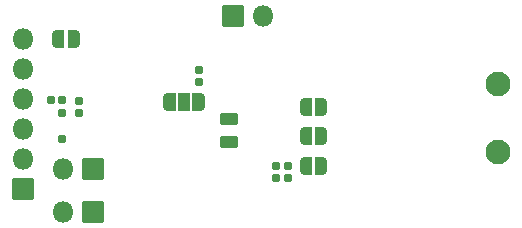
<source format=gbs>
G04 #@! TF.GenerationSoftware,KiCad,Pcbnew,(5.99.0-12840-g99442350a4)*
G04 #@! TF.CreationDate,2021-11-05T14:17:08+01:00*
G04 #@! TF.ProjectId,stknx,73746b6e-782e-46b6-9963-61645f706362,rev?*
G04 #@! TF.SameCoordinates,Original*
G04 #@! TF.FileFunction,Soldermask,Bot*
G04 #@! TF.FilePolarity,Negative*
%FSLAX46Y46*%
G04 Gerber Fmt 4.6, Leading zero omitted, Abs format (unit mm)*
G04 Created by KiCad (PCBNEW (5.99.0-12840-g99442350a4)) date 2021-11-05 14:17:08*
%MOMM*%
%LPD*%
G01*
G04 APERTURE LIST*
G04 Aperture macros list*
%AMRoundRect*
0 Rectangle with rounded corners*
0 $1 Rounding radius*
0 $2 $3 $4 $5 $6 $7 $8 $9 X,Y pos of 4 corners*
0 Add a 4 corners polygon primitive as box body*
4,1,4,$2,$3,$4,$5,$6,$7,$8,$9,$2,$3,0*
0 Add four circle primitives for the rounded corners*
1,1,$1+$1,$2,$3*
1,1,$1+$1,$4,$5*
1,1,$1+$1,$6,$7*
1,1,$1+$1,$8,$9*
0 Add four rect primitives between the rounded corners*
20,1,$1+$1,$2,$3,$4,$5,0*
20,1,$1+$1,$4,$5,$6,$7,0*
20,1,$1+$1,$6,$7,$8,$9,0*
20,1,$1+$1,$8,$9,$2,$3,0*%
%AMFreePoly0*
4,1,37,0.535355,0.785355,0.550000,0.750000,0.550000,-0.750000,0.535355,-0.785355,0.500000,-0.800000,0.000000,-0.800000,-0.012524,-0.794812,-0.080857,-0.793560,-0.094851,-0.791293,-0.230166,-0.749018,-0.242962,-0.742915,-0.360972,-0.664360,-0.371540,-0.654911,-0.462760,-0.546392,-0.470252,-0.534356,-0.527347,-0.404597,-0.531159,-0.390943,-0.548742,-0.256483,-0.547388,-0.256306,-0.550000,-0.250000,
-0.550000,0.250000,-0.549522,0.251153,-0.549368,0.263802,-0.527557,0.403879,-0.523412,0.417435,-0.463164,0.545760,-0.455381,0.557609,-0.361537,0.663867,-0.350741,0.673055,-0.230846,0.748703,-0.217905,0.754492,-0.081598,0.793449,-0.067552,0.795373,-0.011991,0.795033,0.000000,0.800000,0.500000,0.800000,0.535355,0.785355,0.535355,0.785355,$1*%
%AMFreePoly1*
4,1,37,0.012350,0.794884,0.074210,0.794507,0.088231,0.792412,0.224052,0.751793,0.236921,0.745846,0.355883,0.668739,0.366566,0.659420,0.459104,0.552023,0.466742,0.540080,0.525419,0.411028,0.529398,0.397421,0.549495,0.257088,0.550000,0.250000,0.550000,-0.250000,0.549996,-0.250610,0.549847,-0.262826,0.549158,-0.270511,0.525638,-0.410312,0.521328,-0.423818,0.459516,-0.551397,
0.451589,-0.563150,0.356454,-0.668254,0.345546,-0.677309,0.224736,-0.751486,0.211726,-0.757116,0.074953,-0.794405,0.060885,-0.796158,0.011462,-0.795252,0.000000,-0.800000,-0.500000,-0.800000,-0.535355,-0.785355,-0.550000,-0.750000,-0.550000,0.750000,-0.535355,0.785355,-0.500000,0.800000,0.000000,0.800000,0.012350,0.794884,0.012350,0.794884,$1*%
%AMFreePoly2*
4,1,37,0.585355,0.785355,0.600000,0.750000,0.600000,-0.750000,0.585355,-0.785355,0.550000,-0.800000,0.000000,-0.800000,-0.012524,-0.794812,-0.080857,-0.793560,-0.094851,-0.791293,-0.230166,-0.749018,-0.242962,-0.742915,-0.360972,-0.664360,-0.371540,-0.654911,-0.462760,-0.546392,-0.470252,-0.534356,-0.527347,-0.404597,-0.531159,-0.390943,-0.548742,-0.256483,-0.547388,-0.256306,-0.550000,-0.250000,
-0.550000,0.250000,-0.549522,0.251153,-0.549368,0.263802,-0.527557,0.403879,-0.523412,0.417435,-0.463164,0.545760,-0.455381,0.557609,-0.361537,0.663867,-0.350741,0.673055,-0.230846,0.748703,-0.217905,0.754492,-0.081598,0.793449,-0.067552,0.795373,-0.011991,0.795033,0.000000,0.800000,0.550000,0.800000,0.585355,0.785355,0.585355,0.785355,$1*%
%AMFreePoly3*
4,1,37,0.012350,0.794884,0.074210,0.794507,0.088231,0.792412,0.224052,0.751793,0.236921,0.745846,0.355883,0.668739,0.366566,0.659420,0.459104,0.552023,0.466742,0.540080,0.525419,0.411028,0.529398,0.397421,0.549495,0.257088,0.550000,0.250000,0.550000,-0.250000,0.549996,-0.250610,0.549847,-0.262826,0.549158,-0.270511,0.525638,-0.410312,0.521328,-0.423818,0.459516,-0.551397,
0.451589,-0.563150,0.356454,-0.668254,0.345546,-0.677309,0.224736,-0.751486,0.211726,-0.757116,0.074953,-0.794405,0.060885,-0.796158,0.011462,-0.795252,0.000000,-0.800000,-0.550000,-0.800000,-0.585355,-0.785355,-0.600000,-0.750000,-0.600000,0.750000,-0.585355,0.785355,-0.550000,0.800000,0.000000,0.800000,0.012350,0.794884,0.012350,0.794884,$1*%
G04 Aperture macros list end*
%ADD10RoundRect,0.050000X-0.850000X0.850000X-0.850000X-0.850000X0.850000X-0.850000X0.850000X0.850000X0*%
%ADD11O,1.800000X1.800000*%
%ADD12RoundRect,0.050000X0.850000X0.850000X-0.850000X0.850000X-0.850000X-0.850000X0.850000X-0.850000X0*%
%ADD13C,2.100000*%
%ADD14RoundRect,0.050000X0.850000X-0.850000X0.850000X0.850000X-0.850000X0.850000X-0.850000X-0.850000X0*%
%ADD15FreePoly0,0.000000*%
%ADD16FreePoly1,0.000000*%
%ADD17RoundRect,0.185000X-0.185000X0.135000X-0.185000X-0.135000X0.185000X-0.135000X0.185000X0.135000X0*%
%ADD18RoundRect,0.190000X0.140000X0.170000X-0.140000X0.170000X-0.140000X-0.170000X0.140000X-0.170000X0*%
%ADD19RoundRect,0.300000X0.475000X-0.250000X0.475000X0.250000X-0.475000X0.250000X-0.475000X-0.250000X0*%
%ADD20RoundRect,0.185000X-0.135000X-0.185000X0.135000X-0.185000X0.135000X0.185000X-0.135000X0.185000X0*%
%ADD21FreePoly0,180.000000*%
%ADD22FreePoly1,180.000000*%
%ADD23RoundRect,0.185000X0.185000X-0.135000X0.185000X0.135000X-0.185000X0.135000X-0.185000X-0.135000X0*%
%ADD24FreePoly2,0.000000*%
%ADD25RoundRect,0.050000X-0.500000X-0.750000X0.500000X-0.750000X0.500000X0.750000X-0.500000X0.750000X0*%
%ADD26FreePoly3,0.000000*%
%ADD27RoundRect,0.050000X-0.250000X0.250000X-0.250000X-0.250000X0.250000X-0.250000X0.250000X0.250000X0*%
%ADD28RoundRect,0.190000X-0.140000X-0.170000X0.140000X-0.170000X0.140000X0.170000X-0.140000X0.170000X0*%
G04 APERTURE END LIST*
D10*
X164375000Y-111600000D03*
D11*
X161835000Y-111600000D03*
D12*
X158475000Y-113284000D03*
D11*
X158475000Y-110744000D03*
X158475000Y-108204000D03*
X158475000Y-105664000D03*
X158475000Y-103124000D03*
X158475000Y-100584000D03*
D13*
X198650000Y-110150000D03*
X198650000Y-104400000D03*
D14*
X176225000Y-98600000D03*
D11*
X178765000Y-98600000D03*
D10*
X164375000Y-115200000D03*
D11*
X161835000Y-115200000D03*
D15*
X182432000Y-108794000D03*
D16*
X183732000Y-108794000D03*
D17*
X173400000Y-103190000D03*
X173400000Y-104210000D03*
D15*
X182432000Y-111294000D03*
D16*
X183732000Y-111294000D03*
D18*
X161780000Y-105700000D03*
X160820000Y-105700000D03*
D19*
X175932000Y-109244000D03*
X175932000Y-107344000D03*
D20*
X179890000Y-111300000D03*
X180910000Y-111300000D03*
D15*
X182438000Y-106294000D03*
D16*
X183738000Y-106294000D03*
D21*
X162750000Y-100600000D03*
D22*
X161450000Y-100600000D03*
D23*
X163200000Y-106810000D03*
X163200000Y-105790000D03*
D24*
X170800000Y-105900000D03*
D25*
X172100000Y-105900000D03*
D26*
X173400000Y-105900000D03*
D27*
X161800000Y-106800000D03*
X161800000Y-109000000D03*
D28*
X179920000Y-112300000D03*
X180880000Y-112300000D03*
M02*

</source>
